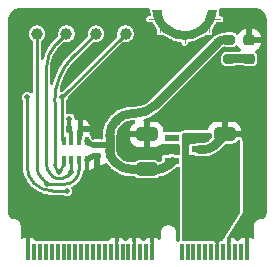
<source format=gbr>
%TF.GenerationSoftware,KiCad,Pcbnew,9.0.0*%
%TF.CreationDate,2025-05-23T15:58:18+04:00*%
%TF.ProjectId,02_02_sensor_barometer_DPS310XTSA1,30325f30-325f-4736-956e-736f725f6261,rev?*%
%TF.SameCoordinates,Original*%
%TF.FileFunction,Copper,L1,Top*%
%TF.FilePolarity,Positive*%
%FSLAX46Y46*%
G04 Gerber Fmt 4.6, Leading zero omitted, Abs format (unit mm)*
G04 Created by KiCad (PCBNEW 9.0.0) date 2025-05-23 15:58:18*
%MOMM*%
%LPD*%
G01*
G04 APERTURE LIST*
G04 Aperture macros list*
%AMRoundRect*
0 Rectangle with rounded corners*
0 $1 Rounding radius*
0 $2 $3 $4 $5 $6 $7 $8 $9 X,Y pos of 4 corners*
0 Add a 4 corners polygon primitive as box body*
4,1,4,$2,$3,$4,$5,$6,$7,$8,$9,$2,$3,0*
0 Add four circle primitives for the rounded corners*
1,1,$1+$1,$2,$3*
1,1,$1+$1,$4,$5*
1,1,$1+$1,$6,$7*
1,1,$1+$1,$8,$9*
0 Add four rect primitives between the rounded corners*
20,1,$1+$1,$2,$3,$4,$5,0*
20,1,$1+$1,$4,$5,$6,$7,0*
20,1,$1+$1,$6,$7,$8,$9,0*
20,1,$1+$1,$8,$9,$2,$3,0*%
G04 Aperture macros list end*
%TA.AperFunction,EtchedComponent*%
%ADD10C,0.101600*%
%TD*%
%TA.AperFunction,EtchedComponent*%
%ADD11C,0.000000*%
%TD*%
%TA.AperFunction,SMDPad,CuDef*%
%ADD12R,0.350000X1.450000*%
%TD*%
%TA.AperFunction,ComponentPad*%
%ADD13C,0.454000*%
%TD*%
%TA.AperFunction,SMDPad,CuDef*%
%ADD14RoundRect,0.218750X-0.256250X0.218750X-0.256250X-0.218750X0.256250X-0.218750X0.256250X0.218750X0*%
%TD*%
%TA.AperFunction,SMDPad,CuDef*%
%ADD15C,1.000000*%
%TD*%
%TA.AperFunction,SMDPad,CuDef*%
%ADD16RoundRect,0.250000X0.650000X-0.325000X0.650000X0.325000X-0.650000X0.325000X-0.650000X-0.325000X0*%
%TD*%
%TA.AperFunction,SMDPad,CuDef*%
%ADD17RoundRect,0.200000X-0.275000X0.200000X-0.275000X-0.200000X0.275000X-0.200000X0.275000X0.200000X0*%
%TD*%
%TA.AperFunction,SMDPad,CuDef*%
%ADD18RoundRect,0.140000X-0.170000X0.140000X-0.170000X-0.140000X0.170000X-0.140000X0.170000X0.140000X0*%
%TD*%
%TA.AperFunction,SMDPad,CuDef*%
%ADD19R,1.200000X0.600000*%
%TD*%
%TA.AperFunction,SMDPad,CuDef*%
%ADD20R,0.350521X0.700025*%
%TD*%
%TA.AperFunction,SMDPad,CuDef*%
%ADD21RoundRect,0.140000X-0.140000X-0.170000X0.140000X-0.170000X0.140000X0.170000X-0.140000X0.170000X0*%
%TD*%
%TA.AperFunction,ViaPad*%
%ADD22C,0.500000*%
%TD*%
%TA.AperFunction,ViaPad*%
%ADD23C,0.700000*%
%TD*%
%TA.AperFunction,Conductor*%
%ADD24C,0.750000*%
%TD*%
%TA.AperFunction,Conductor*%
%ADD25C,0.500000*%
%TD*%
%TA.AperFunction,Conductor*%
%ADD26C,0.350000*%
%TD*%
%TA.AperFunction,Conductor*%
%ADD27C,0.250000*%
%TD*%
G04 APERTURE END LIST*
D10*
%TO.C,J1*%
X150401100Y-93365617D02*
X149501100Y-93365617D01*
X150401100Y-93365617D02*
X150401100Y-94465617D01*
X152501100Y-94665617D02*
X152501100Y-95365617D01*
X154601100Y-93365617D02*
X154601100Y-94465617D01*
X154601100Y-93365617D02*
X155501100Y-93365617D01*
D11*
%TA.AperFunction,EtchedComponent*%
G36*
X150589520Y-92903790D02*
G01*
X150672547Y-93182404D01*
X150798137Y-93444600D01*
X150963197Y-93683921D01*
X151163663Y-93894475D01*
X151394599Y-94071077D01*
X151650318Y-94209378D01*
X151924524Y-94305973D01*
X152501100Y-94365617D01*
X152791735Y-94358484D01*
X153077676Y-94305973D01*
X153351882Y-94209378D01*
X153607601Y-94071077D01*
X153838537Y-93894475D01*
X154039003Y-93683921D01*
X154204063Y-93444600D01*
X154329653Y-93182404D01*
X154451100Y-92615617D01*
X155251100Y-92615617D01*
X155188052Y-92979552D01*
X155077551Y-93331991D01*
X154921527Y-93666775D01*
X154722708Y-93978053D01*
X154484567Y-94260387D01*
X154211266Y-94508843D01*
X153907580Y-94719078D01*
X153578818Y-94887420D01*
X153230723Y-95010926D01*
X152869379Y-95087437D01*
X152501100Y-95115617D01*
X152131911Y-95089990D01*
X151769434Y-95015377D01*
X151420137Y-94893111D01*
X151090257Y-94725373D01*
X150785681Y-94515157D01*
X150511846Y-94266216D01*
X150273640Y-93982994D01*
X150075315Y-93670545D01*
X149920411Y-93334448D01*
X149751100Y-92615617D01*
X150551100Y-92615617D01*
X150589520Y-92903790D01*
G37*
%TD.AperFunction*%
%TD*%
D12*
%TO.P,J1,1,GND*%
%TO.N,GND*%
X157751100Y-113090617D03*
%TO.P,J1,3,USB_D+*%
%TO.N,/USB_D+*%
X157251100Y-113090617D03*
%TO.P,J1,5,USB_D-*%
%TO.N,/USB_D-*%
X156751100Y-113090617D03*
%TO.P,J1,7,GND*%
%TO.N,GND*%
X156251100Y-113090617D03*
%TO.P,J1,9,USB_VIN*%
%TO.N,/V_USB*%
X155751100Y-113090617D03*
%TO.P,J1,11,~{BOOT}*%
%TO.N,VIN*%
X155251100Y-113090617D03*
%TO.P,J1,13,RTS1*%
%TO.N,/UART_RTS1*%
X154751100Y-113090617D03*
%TO.P,J1,15,CTS1*%
%TO.N,/UART_CTS1*%
X154251100Y-113090617D03*
%TO.P,J1,17,TX1*%
%TO.N,DPS310XTSA1_TX*%
X153751100Y-113090617D03*
%TO.P,J1,19,RX1*%
%TO.N,DPS310XTSA1_RX*%
X153251100Y-113090617D03*
%TO.P,J1,21,SWDCK*%
%TO.N,/SWDCK*%
X152751100Y-113090617D03*
%TO.P,J1,23,SWDIO*%
%TO.N,/SWDIO*%
X152251100Y-113090617D03*
%TO.P,J1,33,GND*%
%TO.N,GND*%
X149751100Y-113090617D03*
%TO.P,J1,35,USBHOST_D+*%
%TO.N,/USBHOST_D+*%
X149251100Y-113090617D03*
%TO.P,J1,37,USBHOST_D-*%
%TO.N,/USBHOST_D-*%
X148751100Y-113090617D03*
%TO.P,J1,39,GND*%
%TO.N,GND*%
X148251100Y-113090617D03*
%TO.P,J1,41,CAN-RX*%
%TO.N,/CAN-RX*%
X147751100Y-113090617D03*
%TO.P,J1,43,CAN-TX*%
%TO.N,/CAN-TX*%
X147251100Y-113090617D03*
%TO.P,J1,45,GND*%
%TO.N,GND*%
X146751100Y-113090617D03*
%TO.P,J1,47,PWM1*%
%TO.N,/PWM1*%
X146251100Y-113090617D03*
%TO.P,J1,49,BATT_VIN/3*%
%TO.N,/BATT_VIN*%
X145751100Y-113090617D03*
%TO.P,J1,51,I2C_SDA1*%
%TO.N,/I2C_SDA1*%
X145251100Y-113090617D03*
%TO.P,J1,53,I2C_SCL1*%
%TO.N,/I2C_SCL1*%
X144751100Y-113090617D03*
%TO.P,J1,55,SPI_~{CS}*%
%TO.N,/~{SPI_CS}*%
X144251100Y-113090617D03*
%TO.P,J1,57,SPI_SCK*%
%TO.N,/SPI_SCK*%
X143751100Y-113090617D03*
%TO.P,J1,59,SPI_SDO*%
%TO.N,/SPI_COPI-LED_DAT*%
X143251100Y-113090617D03*
%TO.P,J1,61,SPI_SDI*%
%TO.N,/SPI_CIPO-LED_CLK*%
X142751100Y-113090617D03*
%TO.P,J1,63,G10/ADC_D+/CAM_VSYNC*%
%TO.N,/G10-CAM_VSYNC*%
X142251100Y-113090617D03*
%TO.P,J1,65,G9/ADC_D-/CAM_HSYNC*%
%TO.N,/G9-CAM_HSYNC*%
X141751100Y-113090617D03*
%TO.P,J1,67,G8*%
%TO.N,/G8*%
X141251100Y-113090617D03*
%TO.P,J1,69,G7/BUS7*%
%TO.N,/G7*%
X140751100Y-113090617D03*
%TO.P,J1,71,G6/BUS6*%
%TO.N,/G6*%
X140251100Y-113090617D03*
%TO.P,J1,73,G5/BUS5*%
%TO.N,/G5*%
X139751100Y-113090617D03*
%TO.P,J1,75,GND*%
%TO.N,GND*%
X139251100Y-113090617D03*
D13*
%TO.P,J1,GND*%
%TO.N,N/C*%
X150401100Y-93365617D03*
X152501100Y-94665617D03*
X154601100Y-93365617D03*
%TD*%
D14*
%TO.P,D1,1,K*%
%TO.N,GND*%
X157975000Y-95150000D03*
%TO.P,D1,2,A*%
%TO.N,Net-(D1-A)*%
X157975000Y-96725000D03*
%TD*%
D15*
%TO.P,CS1,1,1*%
%TO.N,DPS310XTSA1_CS*%
X140000000Y-94600000D03*
%TD*%
D16*
%TO.P,C3,1*%
%TO.N,VIN*%
X155900000Y-106075000D03*
%TO.P,C3,2*%
%TO.N,GND*%
X155900000Y-103125000D03*
%TD*%
%TO.P,C4,1*%
%TO.N,+3V3*%
X149300000Y-106075000D03*
%TO.P,C4,2*%
%TO.N,GND*%
X149300000Y-103125000D03*
%TD*%
D17*
%TO.P,R1,1*%
%TO.N,+3V3*%
X156300000Y-95100000D03*
%TO.P,R1,2*%
%TO.N,Net-(D1-A)*%
X156300000Y-96750000D03*
%TD*%
D15*
%TO.P,MISO1,1,1*%
%TO.N,DPS310XTSA1_MISO*%
X147500000Y-94600000D03*
%TD*%
D18*
%TO.P,C2,1*%
%TO.N,+3V3*%
X145110643Y-104020102D03*
%TO.P,C2,2*%
%TO.N,GND*%
X145110643Y-104980102D03*
%TD*%
D15*
%TO.P,MOSI1,1,1*%
%TO.N,DPS310XTSA1_MOSI*%
X142500000Y-94600000D03*
%TD*%
D19*
%TO.P,U2,1,VIN*%
%TO.N,VIN*%
X153700000Y-105349962D03*
%TO.P,U2,2,GND*%
%TO.N,GND*%
X153700000Y-104400000D03*
%TO.P,U2,3,EN*%
%TO.N,VIN*%
X153700000Y-103450038D03*
%TO.P,U2,4,NC*%
%TO.N,unconnected-(U2-NC-Pad4)*%
X151400026Y-103450038D03*
%TO.P,U2,5,VOUT*%
%TO.N,+3V3*%
X151400026Y-105349962D03*
%TD*%
D20*
%TO.P,U3,1,GND*%
%TO.N,GND*%
X144210643Y-105300204D03*
%TO.P,U3,2,CSB*%
%TO.N,DPS310XTSA1_CS*%
X143560402Y-105300204D03*
%TO.P,U3,3,SDI*%
%TO.N,DPS310XTSA1_MOSI*%
X142900000Y-105300204D03*
%TO.P,U3,4,SCK*%
%TO.N,DPS310XTSA1_SCK*%
X142249759Y-105300204D03*
%TO.P,U3,5,SDO*%
%TO.N,DPS310XTSA1_MISO*%
X142249759Y-103700000D03*
%TO.P,U3,6,VDDIO*%
%TO.N,+3V3*%
X142900000Y-103700000D03*
%TO.P,U3,7,GND*%
%TO.N,GND*%
X143560402Y-103700000D03*
%TO.P,U3,8,VDD*%
%TO.N,+3V3*%
X144210643Y-103700000D03*
%TD*%
D21*
%TO.P,C1,1*%
%TO.N,+3V3*%
X142730643Y-102700102D03*
%TO.P,C1,2*%
%TO.N,GND*%
X143690643Y-102700102D03*
%TD*%
D15*
%TO.P,SCK1,1,1*%
%TO.N,DPS310XTSA1_SCK*%
X145000000Y-94600000D03*
%TD*%
D22*
%TO.N,+3V3*%
X142750000Y-101800000D03*
X146150000Y-104000000D03*
D23*
%TO.N,GND*%
X150500000Y-109300000D03*
X147500000Y-110300000D03*
X153100000Y-99900000D03*
X153100000Y-100900000D03*
X154100000Y-98900000D03*
X146500000Y-109300000D03*
X151500000Y-96500000D03*
X147500000Y-108300000D03*
X152100000Y-100900000D03*
X149500000Y-98500000D03*
X149500000Y-97500000D03*
X144500000Y-109300000D03*
X148500000Y-109300000D03*
X149500000Y-96500000D03*
X154100000Y-100900000D03*
X145500000Y-110300000D03*
X149500000Y-110300000D03*
X150500000Y-97500000D03*
X150500000Y-96500000D03*
X145500000Y-108300000D03*
X149500000Y-108300000D03*
X154100000Y-99900000D03*
D22*
%TO.N,DPS310XTSA1_CS*%
X140850000Y-107300000D03*
%TO.N,DPS310XTSA1_MISO*%
X139150000Y-99950000D03*
X142510542Y-107925000D03*
X142150000Y-99950000D03*
%TO.N,DPS310XTSA1_MOSI*%
X142885412Y-106300000D03*
%TO.N,DPS310XTSA1_SCK*%
X141900000Y-106300000D03*
%TD*%
D24*
%TO.N,+3V3*%
X151400026Y-105412474D02*
X151400026Y-105349962D01*
X155924999Y-95100000D02*
X156300000Y-95100000D01*
X148113172Y-101350000D02*
X148300000Y-101350000D01*
X150007106Y-100642893D02*
X155284833Y-95365165D01*
D25*
X144757091Y-104020102D02*
X145110643Y-104020102D01*
D24*
X146150000Y-104000000D02*
X146150000Y-104500000D01*
D25*
X146139949Y-104010051D02*
X146150000Y-104000000D01*
D26*
X142900000Y-102989212D02*
X142900000Y-103700000D01*
D24*
X146150000Y-103250000D02*
X146150000Y-104000000D01*
D25*
X142715643Y-102685102D02*
X142700643Y-102670102D01*
D26*
X142745643Y-102715102D02*
X142815321Y-102784780D01*
D25*
X144370694Y-103860051D02*
X144210643Y-103700000D01*
D24*
X146503553Y-105353553D02*
X146687500Y-105537500D01*
X146680330Y-101969669D02*
X146725000Y-101925000D01*
D26*
X142745643Y-102715102D02*
X142715643Y-102685102D01*
D24*
X147985139Y-106075000D02*
X150224847Y-106075000D01*
X151100000Y-105712500D02*
X151400026Y-105412474D01*
D25*
X146115683Y-104020102D02*
X145110643Y-104020102D01*
D26*
X142730643Y-102678888D02*
X142730643Y-101819357D01*
D25*
X146139949Y-104010051D02*
G75*
G02*
X146115683Y-104020095I-24249J24251D01*
G01*
X144757091Y-104020102D02*
G75*
G02*
X144370708Y-103860037I9J546402D01*
G01*
D26*
X142815321Y-102784780D02*
G75*
G02*
X142899994Y-102989212I-204421J-204420D01*
G01*
D24*
X146687500Y-105537500D02*
G75*
G03*
X147985139Y-106074984I1297600J1297600D01*
G01*
X148113172Y-101350000D02*
G75*
G03*
X146725008Y-101925008I28J-1963200D01*
G01*
D26*
X142745643Y-102715102D02*
G75*
G02*
X142730664Y-102678888I36257J36202D01*
G01*
D24*
X148300000Y-101350000D02*
G75*
G03*
X150007104Y-100642891I0J2414200D01*
G01*
X146150000Y-103250000D02*
G75*
G02*
X146680322Y-101969661I1810700J0D01*
G01*
X155924999Y-95100000D02*
G75*
G03*
X155284840Y-95365172I1J-905300D01*
G01*
D25*
X142715643Y-102685102D02*
G75*
G03*
X142730710Y-102678888I6257J6202D01*
G01*
D24*
X150224847Y-106075000D02*
G75*
G03*
X151099986Y-105712486I-47J1237700D01*
G01*
X146150000Y-104500000D02*
G75*
G03*
X146503554Y-105353552I1207100J0D01*
G01*
%TO.N,GND*%
X154181250Y-104400000D02*
X153700000Y-104400000D01*
D25*
X144757091Y-104980102D02*
X145110643Y-104980102D01*
D26*
X143625522Y-102765222D02*
X143690643Y-102700102D01*
D25*
X144370694Y-105140153D02*
X144210643Y-105300204D01*
D26*
X143560402Y-102922437D02*
X143560402Y-103700000D01*
D24*
X155900000Y-103125000D02*
X154938778Y-104086221D01*
D26*
X143560402Y-102922437D02*
G75*
G02*
X143625512Y-102765212I222298J37D01*
G01*
D25*
X144370694Y-105140153D02*
G75*
G02*
X144757091Y-104980081I386406J-386347D01*
G01*
D24*
X154938778Y-104086221D02*
G75*
G02*
X154181250Y-104400037I-757578J757521D01*
G01*
D26*
%TO.N,VIN*%
X153737500Y-105350000D02*
X153268198Y-105350000D01*
D24*
X154975152Y-106075000D02*
X155900000Y-106075000D01*
D26*
X153696762Y-103453276D02*
X153700038Y-103450000D01*
D24*
X153971728Y-105584228D02*
X154100000Y-105712500D01*
D26*
X153700038Y-103450000D02*
X153737500Y-103450000D01*
X152500000Y-104581801D02*
X152500000Y-104216490D01*
X153166011Y-103453276D02*
X153696762Y-103453276D01*
X152725000Y-105125000D02*
G75*
G02*
X152499999Y-104581801I543200J543200D01*
G01*
X153268198Y-105350000D02*
G75*
G02*
X152725001Y-105124999I2J768200D01*
G01*
D24*
X154975152Y-106075000D02*
G75*
G02*
X154100014Y-105712486I48J1237700D01*
G01*
D26*
X152500000Y-104216490D02*
G75*
G02*
X152724503Y-103674503I766500J-10D01*
G01*
D24*
X153971728Y-105584228D02*
G75*
G03*
X153406250Y-105350004I-565428J-565372D01*
G01*
D26*
X152724500Y-103674500D02*
G75*
G02*
X153166014Y-103453294I561100J-568700D01*
G01*
D27*
%TO.N,DPS310XTSA1_CS*%
X140935355Y-107350000D02*
X142347669Y-107350000D01*
X140825000Y-107250000D02*
X140850000Y-107250000D01*
X140000000Y-105884314D02*
X140000000Y-94600000D01*
X143560402Y-106137267D02*
X143560402Y-105300204D01*
X140400000Y-106850000D02*
X140782322Y-107232322D01*
X140875000Y-107325000D02*
X140850000Y-107300000D01*
X143560402Y-106137267D02*
G75*
G02*
X143205211Y-106994809I-1212702J-33D01*
G01*
X140000000Y-105884314D02*
G75*
G03*
X140400004Y-106849996I1365700J14D01*
G01*
X142347669Y-107350000D02*
G75*
G03*
X143205209Y-106994807I31J1212700D01*
G01*
X140825000Y-107250000D02*
G75*
G02*
X140782313Y-107232331I0J60400D01*
G01*
X140935355Y-107350000D02*
G75*
G02*
X140875013Y-107324987I45J85400D01*
G01*
D24*
%TO.N,Net-(D1-A)*%
X157932322Y-96700000D02*
X156300000Y-96700000D01*
D27*
%TO.N,DPS310XTSA1_MISO*%
X142124643Y-99993287D02*
X142124643Y-103486413D01*
X142510542Y-107925000D02*
X142498042Y-107912500D01*
X142137321Y-99962678D02*
X142150000Y-99950000D01*
X139150000Y-105791019D02*
X139150000Y-99950000D01*
X141258980Y-107900000D02*
X142467864Y-107900000D01*
X142187201Y-103637442D02*
X142249759Y-103700000D01*
X142150000Y-99950000D02*
X147500000Y-94600000D01*
X139767706Y-107282294D02*
G75*
G03*
X141258980Y-107900008I1491294J1491294D01*
G01*
X142498042Y-107912500D02*
G75*
G03*
X142467864Y-107900032I-30142J-30200D01*
G01*
X142137321Y-99962678D02*
G75*
G03*
X142124624Y-99993287I30579J-30622D01*
G01*
X142124643Y-103486413D02*
G75*
G03*
X142187214Y-103637429I213557J13D01*
G01*
X139150000Y-105791019D02*
G75*
G03*
X139767712Y-107282288I2109000J19D01*
G01*
%TO.N,DPS310XTSA1_MOSI*%
X142545419Y-106639992D02*
X142885412Y-106300000D01*
X142950000Y-106250000D02*
X143000000Y-106300000D01*
X140800000Y-105619669D02*
X140800000Y-97502081D01*
X142900000Y-106129289D02*
X142900000Y-105300204D01*
X141650000Y-95450000D02*
X142500000Y-94600000D01*
X141175000Y-106525000D02*
X141289992Y-106639992D01*
X141289992Y-106639992D02*
G75*
G03*
X141917706Y-106900002I627708J627692D01*
G01*
X140800000Y-97502081D02*
G75*
G02*
X141650005Y-95450005I2902100J-19D01*
G01*
X140800000Y-105619669D02*
G75*
G03*
X141174991Y-106525009I1280300J-31D01*
G01*
X142545419Y-106639992D02*
G75*
G02*
X141917706Y-106900010I-627719J627692D01*
G01*
X142900000Y-106129289D02*
G75*
G03*
X142949997Y-106250003I170700J-11D01*
G01*
%TO.N,DPS310XTSA1_SCK*%
X141500000Y-100353963D02*
X141500000Y-105702512D01*
X143093792Y-96506207D02*
X145000000Y-94600000D01*
X142074879Y-106125120D02*
X141900000Y-106300000D01*
X142249759Y-105702924D02*
X142249759Y-105300204D01*
X141814644Y-106264644D02*
X141675000Y-106125000D01*
X141900000Y-106300000D02*
X141950000Y-106300000D01*
X141814644Y-106264644D02*
G75*
G03*
X141900000Y-106300003I85356J85344D01*
G01*
X142249759Y-105702924D02*
G75*
G02*
X142074864Y-106125105I-597059J24D01*
G01*
X141500000Y-105702512D02*
G75*
G03*
X141675004Y-106124996I597500J12D01*
G01*
X143093792Y-96506207D02*
G75*
G03*
X141499959Y-100353963I3847708J-3847793D01*
G01*
%TD*%
%TA.AperFunction,Conductor*%
%TO.N,VIN*%
G36*
X154742539Y-103019685D02*
G01*
X154788294Y-103072489D01*
X154799500Y-103124000D01*
X154799500Y-103360256D01*
X154779815Y-103427295D01*
X154763181Y-103447937D01*
X154585084Y-103626033D01*
X154581238Y-103629878D01*
X154581232Y-103629883D01*
X154556527Y-103654589D01*
X154556448Y-103654669D01*
X154536130Y-103674988D01*
X154527115Y-103683159D01*
X154466129Y-103733213D01*
X154445916Y-103746719D01*
X154381733Y-103781028D01*
X154359277Y-103790331D01*
X154289641Y-103811458D01*
X154265802Y-103816201D01*
X154205960Y-103822098D01*
X154187655Y-103823902D01*
X154175497Y-103824500D01*
X153624234Y-103824500D01*
X153477865Y-103863719D01*
X153477864Y-103863719D01*
X153477862Y-103863720D01*
X153477859Y-103863721D01*
X153444666Y-103882886D01*
X153382665Y-103899500D01*
X153080247Y-103899500D01*
X153021770Y-103911131D01*
X153021769Y-103911132D01*
X152955447Y-103955447D01*
X152911132Y-104021769D01*
X152911131Y-104021770D01*
X152899500Y-104080247D01*
X152899500Y-104719752D01*
X152911131Y-104778229D01*
X152911132Y-104778230D01*
X152955447Y-104844552D01*
X153021769Y-104888867D01*
X153021770Y-104888868D01*
X153080247Y-104900499D01*
X153080250Y-104900500D01*
X153080252Y-104900500D01*
X153382665Y-104900500D01*
X153444666Y-104917114D01*
X153477859Y-104936278D01*
X153477860Y-104936278D01*
X153477865Y-104936281D01*
X153624234Y-104975500D01*
X154103779Y-104975500D01*
X154111387Y-104975500D01*
X154111398Y-104975503D01*
X154129891Y-104975502D01*
X154130012Y-104975537D01*
X154181277Y-104975535D01*
X154181277Y-104975536D01*
X154289215Y-104975531D01*
X154503243Y-104947344D01*
X154503247Y-104947342D01*
X154503251Y-104947342D01*
X154711757Y-104891464D01*
X154911187Y-104808848D01*
X154911196Y-104808844D01*
X154911195Y-104808844D01*
X154911201Y-104808842D01*
X155098151Y-104700896D01*
X155269412Y-104569472D01*
X155332531Y-104506347D01*
X155902061Y-103936819D01*
X155963384Y-103903334D01*
X155989742Y-103900500D01*
X156604270Y-103900500D01*
X156634699Y-103897646D01*
X156634701Y-103897646D01*
X156698790Y-103875219D01*
X156762882Y-103852793D01*
X156872150Y-103772150D01*
X156952793Y-103662882D01*
X156958959Y-103645259D01*
X156999680Y-103588484D01*
X157064633Y-103562737D01*
X157133195Y-103576193D01*
X157183597Y-103624581D01*
X157200000Y-103686215D01*
X157200000Y-109698037D01*
X157181407Y-109763344D01*
X155738264Y-112092628D01*
X155729716Y-112106424D01*
X155677675Y-112153045D01*
X155624308Y-112165117D01*
X155556347Y-112165117D01*
X155497870Y-112176748D01*
X155497869Y-112176749D01*
X155431547Y-112221064D01*
X155387232Y-112287386D01*
X155387231Y-112287387D01*
X155375600Y-112345864D01*
X155375600Y-112642680D01*
X155370868Y-112659302D01*
X155371138Y-112675646D01*
X155357009Y-112707985D01*
X155356008Y-112709602D01*
X155303966Y-112756223D01*
X155234981Y-112767306D01*
X155170955Y-112739335D01*
X155132216Y-112681188D01*
X155126600Y-112644294D01*
X155126600Y-112345866D01*
X155126599Y-112345864D01*
X155114968Y-112287387D01*
X155114967Y-112287386D01*
X155070652Y-112221064D01*
X155004330Y-112176749D01*
X155004329Y-112176748D01*
X154945852Y-112165117D01*
X154945848Y-112165117D01*
X154556352Y-112165117D01*
X154556351Y-112165117D01*
X154525288Y-112171295D01*
X154476912Y-112171295D01*
X154445849Y-112165117D01*
X154445848Y-112165117D01*
X154056352Y-112165117D01*
X154056351Y-112165117D01*
X154025288Y-112171295D01*
X153976912Y-112171295D01*
X153945849Y-112165117D01*
X153945848Y-112165117D01*
X153556352Y-112165117D01*
X153556351Y-112165117D01*
X153525288Y-112171295D01*
X153476912Y-112171295D01*
X153445849Y-112165117D01*
X153445848Y-112165117D01*
X153056352Y-112165117D01*
X153056351Y-112165117D01*
X153025288Y-112171295D01*
X152976912Y-112171295D01*
X152945849Y-112165117D01*
X152945848Y-112165117D01*
X152556352Y-112165117D01*
X152556351Y-112165117D01*
X152525288Y-112171295D01*
X152523521Y-112171370D01*
X152522693Y-112171782D01*
X152515677Y-112171707D01*
X152487417Y-112172920D01*
X152482121Y-112172332D01*
X152445848Y-112165117D01*
X152417135Y-112165117D01*
X152410317Y-112164360D01*
X152384157Y-112153417D01*
X152356961Y-112145432D01*
X152352353Y-112140114D01*
X152345859Y-112137398D01*
X152329767Y-112114048D01*
X152311206Y-112092628D01*
X152309453Y-112084573D01*
X152306210Y-112079867D01*
X152305823Y-112067887D01*
X152300000Y-112041117D01*
X152300000Y-103124000D01*
X152319685Y-103056961D01*
X152372489Y-103011206D01*
X152424000Y-103000000D01*
X154675500Y-103000000D01*
X154742539Y-103019685D01*
G37*
%TD.AperFunction*%
%TD*%
%TA.AperFunction,Conductor*%
%TO.N,GND*%
G36*
X149497374Y-92435802D02*
G01*
X149543129Y-92488606D01*
X149553073Y-92557764D01*
X149551414Y-92566873D01*
X149550440Y-92571277D01*
X149551073Y-92662731D01*
X149621536Y-92961888D01*
X149617746Y-93031655D01*
X149576838Y-93088297D01*
X149511801Y-93113831D01*
X149500839Y-93114317D01*
X149451111Y-93114317D01*
X149358749Y-93152575D01*
X149288058Y-93223266D01*
X149249800Y-93315628D01*
X149249800Y-93315630D01*
X149249800Y-93415604D01*
X149288058Y-93507967D01*
X149358750Y-93578659D01*
X149451113Y-93616917D01*
X149744936Y-93616917D01*
X149811975Y-93636602D01*
X149857550Y-93689013D01*
X149888680Y-93756557D01*
X149888684Y-93756564D01*
X149901807Y-93780660D01*
X149901813Y-93780670D01*
X149901815Y-93780673D01*
X150100140Y-94093122D01*
X150113625Y-94111522D01*
X150116374Y-94115272D01*
X150116377Y-94115277D01*
X150120693Y-94120407D01*
X150148783Y-94184381D01*
X150149800Y-94200227D01*
X150149800Y-94515605D01*
X150153481Y-94524491D01*
X150188058Y-94607967D01*
X150258750Y-94678659D01*
X150351113Y-94716917D01*
X150351115Y-94716917D01*
X150451085Y-94716917D01*
X150451087Y-94716917D01*
X150543450Y-94678659D01*
X150543452Y-94678656D01*
X150554436Y-94674107D01*
X150623906Y-94666638D01*
X150672325Y-94686614D01*
X150973526Y-94894501D01*
X150984141Y-94900824D01*
X150997091Y-94908539D01*
X150997100Y-94908544D01*
X150997114Y-94908552D01*
X151228092Y-95026000D01*
X151315282Y-95070335D01*
X151326994Y-95076290D01*
X151327004Y-95076294D01*
X151327016Y-95076300D01*
X151352243Y-95087072D01*
X151624206Y-95182268D01*
X151701541Y-95209338D01*
X151728002Y-95216657D01*
X152090479Y-95291270D01*
X152117681Y-95294997D01*
X152134382Y-95296156D01*
X152199896Y-95320431D01*
X152241888Y-95376274D01*
X152246873Y-95403735D01*
X152247418Y-95403627D01*
X152249800Y-95415605D01*
X152250233Y-95416650D01*
X152288058Y-95507967D01*
X152358750Y-95578659D01*
X152451113Y-95616917D01*
X152451115Y-95616917D01*
X152551085Y-95616917D01*
X152551087Y-95616917D01*
X152643450Y-95578659D01*
X152714142Y-95507967D01*
X152752400Y-95415604D01*
X152752400Y-95415599D01*
X152754782Y-95403627D01*
X152756341Y-95403937D01*
X152772085Y-95350323D01*
X152824889Y-95304568D01*
X152866938Y-95293724D01*
X152885058Y-95292338D01*
X152911948Y-95288480D01*
X153132497Y-95241781D01*
X153273279Y-95211972D01*
X153273289Y-95211970D01*
X153299422Y-95204602D01*
X153299427Y-95204600D01*
X153299439Y-95204597D01*
X153647534Y-95081091D01*
X153672479Y-95070335D01*
X154001241Y-94901993D01*
X154024549Y-94888041D01*
X154322366Y-94681868D01*
X154388689Y-94659895D01*
X154447093Y-94674887D01*
X154447467Y-94673985D01*
X154453802Y-94676609D01*
X154456365Y-94677267D01*
X154458225Y-94678441D01*
X154458749Y-94678658D01*
X154458750Y-94678659D01*
X154551113Y-94716917D01*
X154551115Y-94716917D01*
X154651085Y-94716917D01*
X154651087Y-94716917D01*
X154743450Y-94678659D01*
X154814142Y-94607967D01*
X154852400Y-94515604D01*
X154852400Y-94188293D01*
X154872085Y-94121254D01*
X154879023Y-94111522D01*
X154879762Y-94110582D01*
X154879791Y-94110549D01*
X154895895Y-94088671D01*
X155094714Y-93777393D01*
X155107792Y-93753583D01*
X155135402Y-93694340D01*
X155138107Y-93688536D01*
X155184268Y-93636087D01*
X155250500Y-93616917D01*
X155551085Y-93616917D01*
X155551087Y-93616917D01*
X155643450Y-93578659D01*
X155714142Y-93507967D01*
X155752400Y-93415604D01*
X155752400Y-93315630D01*
X155714142Y-93223267D01*
X155643450Y-93152575D01*
X155551088Y-93114317D01*
X155551087Y-93114317D01*
X155520595Y-93114317D01*
X155453556Y-93094632D01*
X155407801Y-93041828D01*
X155397857Y-92972670D01*
X155398415Y-92969150D01*
X155416189Y-92866553D01*
X155453584Y-92650695D01*
X155451448Y-92569889D01*
X155451446Y-92569885D01*
X155451306Y-92569305D01*
X155451387Y-92567614D01*
X155451100Y-92556751D01*
X155451909Y-92556729D01*
X155454657Y-92499516D01*
X155495207Y-92442617D01*
X155560082Y-92416674D01*
X155571822Y-92416117D01*
X158493234Y-92416117D01*
X158506716Y-92416852D01*
X158537216Y-92420187D01*
X158653104Y-92432863D01*
X158673654Y-92436890D01*
X158811775Y-92476317D01*
X158831349Y-92483743D01*
X158960838Y-92545843D01*
X158960865Y-92545856D01*
X158978917Y-92556475D01*
X159067068Y-92618914D01*
X159096114Y-92639488D01*
X159096133Y-92639501D01*
X159112142Y-92653009D01*
X159213701Y-92754570D01*
X159227208Y-92770578D01*
X159310233Y-92887796D01*
X159320852Y-92905850D01*
X159382957Y-93035356D01*
X159390387Y-93054939D01*
X159429813Y-93193063D01*
X159433840Y-93213617D01*
X159449865Y-93360146D01*
X159450600Y-93373627D01*
X159450600Y-109755872D01*
X159449451Y-109772714D01*
X159435814Y-109872185D01*
X159429333Y-109898169D01*
X159396341Y-109987818D01*
X159384432Y-110011804D01*
X159379611Y-110019341D01*
X159332964Y-110092274D01*
X159316183Y-110113144D01*
X159248633Y-110180692D01*
X159227763Y-110197471D01*
X159147286Y-110248941D01*
X159123298Y-110260850D01*
X159033656Y-110293836D01*
X159007671Y-110300317D01*
X158906155Y-110314230D01*
X158892791Y-110315329D01*
X158872130Y-110315907D01*
X158864324Y-110317542D01*
X158838078Y-110319407D01*
X158838072Y-110319408D01*
X158723484Y-110352555D01*
X158618415Y-110409056D01*
X158618407Y-110409062D01*
X158527573Y-110486380D01*
X158455019Y-110581074D01*
X158455018Y-110581076D01*
X158403992Y-110688904D01*
X158388678Y-110754259D01*
X158376775Y-110805053D01*
X158376007Y-110844291D01*
X158375600Y-110844699D01*
X158375600Y-110865177D01*
X158375590Y-110865687D01*
X158375579Y-110866282D01*
X158375579Y-110866318D01*
X158375020Y-110896650D01*
X158375600Y-110900539D01*
X158375600Y-111829809D01*
X158355915Y-111896848D01*
X158303111Y-111942603D01*
X158233953Y-111952547D01*
X158177290Y-111929077D01*
X158168188Y-111922263D01*
X158168186Y-111922262D01*
X158033479Y-111872020D01*
X158033472Y-111872018D01*
X157973944Y-111865617D01*
X157926100Y-111865617D01*
X157926100Y-112966617D01*
X157923549Y-112975302D01*
X157924838Y-112984264D01*
X157913859Y-113008304D01*
X157906415Y-113033656D01*
X157899574Y-113039583D01*
X157895813Y-113047820D01*
X157873578Y-113062109D01*
X157853611Y-113079411D01*
X157843096Y-113081698D01*
X157837035Y-113085594D01*
X157802100Y-113090617D01*
X157750600Y-113090617D01*
X157683561Y-113070932D01*
X157637806Y-113018128D01*
X157626600Y-112966617D01*
X157626600Y-112345866D01*
X157626599Y-112345864D01*
X157614968Y-112287390D01*
X157614967Y-112287389D01*
X157614967Y-112287386D01*
X157596997Y-112260493D01*
X157576120Y-112193816D01*
X157576100Y-112191603D01*
X157576100Y-111865617D01*
X157528255Y-111865617D01*
X157468727Y-111872018D01*
X157468720Y-111872020D01*
X157334013Y-111922262D01*
X157334006Y-111922266D01*
X157218912Y-112008426D01*
X157137956Y-112116568D01*
X157115880Y-112133092D01*
X157096007Y-112152214D01*
X157086583Y-112155023D01*
X157082022Y-112158438D01*
X157062706Y-112163908D01*
X157056582Y-112165117D01*
X157056352Y-112165117D01*
X157025824Y-112171189D01*
X157025116Y-112171329D01*
X157024742Y-112171295D01*
X156976912Y-112171295D01*
X156939876Y-112163929D01*
X156940408Y-112161253D01*
X156886509Y-112139452D01*
X156864243Y-112116567D01*
X156783290Y-112008429D01*
X156783287Y-112008426D01*
X156668193Y-111922266D01*
X156668186Y-111922262D01*
X156533479Y-111872020D01*
X156533472Y-111872018D01*
X156473944Y-111865617D01*
X156426100Y-111865617D01*
X156426100Y-112191603D01*
X156423549Y-112200288D01*
X156424838Y-112209250D01*
X156408065Y-112253021D01*
X156406415Y-112258642D01*
X156405661Y-112259294D01*
X156405202Y-112260494D01*
X156387233Y-112287386D01*
X156387231Y-112287390D01*
X156375600Y-112345864D01*
X156375600Y-112966617D01*
X156373049Y-112975302D01*
X156374338Y-112984264D01*
X156363359Y-113008304D01*
X156355915Y-113033656D01*
X156349074Y-113039583D01*
X156345313Y-113047820D01*
X156323078Y-113062109D01*
X156303111Y-113079411D01*
X156292596Y-113081698D01*
X156286535Y-113085594D01*
X156251600Y-113090617D01*
X156250600Y-113090617D01*
X156183561Y-113070932D01*
X156137806Y-113018128D01*
X156126600Y-112966617D01*
X156126600Y-112345866D01*
X156126599Y-112345864D01*
X156114968Y-112287390D01*
X156114967Y-112287389D01*
X156114967Y-112287386D01*
X156096997Y-112260493D01*
X156093960Y-112250793D01*
X156087306Y-112243114D01*
X156083697Y-112218014D01*
X156076120Y-112193816D01*
X156076100Y-112191603D01*
X156076100Y-111972831D01*
X156094691Y-111907526D01*
X157356096Y-109871575D01*
X157379053Y-109819614D01*
X157397646Y-109754307D01*
X157405500Y-109698037D01*
X157405500Y-103686215D01*
X157398588Y-103633364D01*
X157387912Y-103593248D01*
X157382197Y-103571773D01*
X157382192Y-103571757D01*
X157382185Y-103571730D01*
X157376141Y-103552769D01*
X157367488Y-103539602D01*
X157322091Y-103470520D01*
X157324134Y-103469176D01*
X157300929Y-103415511D01*
X157299999Y-103400351D01*
X157300000Y-103375000D01*
X157173806Y-103375000D01*
X157172771Y-103374540D01*
X157104209Y-103361084D01*
X157079294Y-103357761D01*
X156988906Y-103371698D01*
X156980576Y-103375000D01*
X156024000Y-103375000D01*
X155956961Y-103355315D01*
X155911206Y-103302511D01*
X155900000Y-103251000D01*
X155900000Y-103125000D01*
X155774000Y-103125000D01*
X155706961Y-103105315D01*
X155661206Y-103052511D01*
X155650000Y-103001000D01*
X155650000Y-102875000D01*
X156150000Y-102875000D01*
X157299999Y-102875000D01*
X157299999Y-102750028D01*
X157299998Y-102750013D01*
X157289505Y-102647302D01*
X157234358Y-102480880D01*
X157234356Y-102480875D01*
X157142315Y-102331654D01*
X157018345Y-102207684D01*
X156869124Y-102115643D01*
X156869119Y-102115641D01*
X156702697Y-102060494D01*
X156702690Y-102060493D01*
X156599986Y-102050000D01*
X156150000Y-102050000D01*
X156150000Y-102875000D01*
X155650000Y-102875000D01*
X155650000Y-102050000D01*
X155200028Y-102050000D01*
X155200012Y-102050001D01*
X155097302Y-102060494D01*
X154930880Y-102115641D01*
X154930875Y-102115643D01*
X154781654Y-102207684D01*
X154657684Y-102331654D01*
X154565643Y-102480875D01*
X154565641Y-102480880D01*
X154510494Y-102647302D01*
X154510493Y-102647310D01*
X154506837Y-102683101D01*
X154480442Y-102747793D01*
X154423261Y-102787945D01*
X154383479Y-102794500D01*
X152423992Y-102794500D01*
X152380313Y-102799197D01*
X152328825Y-102810397D01*
X152318627Y-102812890D01*
X152318624Y-102812891D01*
X152237916Y-102855899D01*
X152237913Y-102855901D01*
X152185104Y-102901660D01*
X152163344Y-102922980D01*
X152101681Y-102955835D01*
X152052375Y-102956022D01*
X152019778Y-102949538D01*
X152019774Y-102949538D01*
X150823999Y-102949538D01*
X150756960Y-102929853D01*
X150711205Y-102877049D01*
X150699999Y-102825538D01*
X150699999Y-102750028D01*
X150699998Y-102750013D01*
X150689505Y-102647302D01*
X150634358Y-102480880D01*
X150634356Y-102480875D01*
X150542315Y-102331654D01*
X150418345Y-102207684D01*
X150269124Y-102115643D01*
X150269119Y-102115641D01*
X150102697Y-102060494D01*
X150102690Y-102060493D01*
X149999986Y-102050000D01*
X149550000Y-102050000D01*
X149550000Y-104199999D01*
X149999972Y-104199999D01*
X149999986Y-104199998D01*
X150102697Y-104189505D01*
X150269119Y-104134358D01*
X150269124Y-104134356D01*
X150418342Y-104042317D01*
X150529921Y-103930738D01*
X150591244Y-103897253D01*
X150660936Y-103902237D01*
X150686495Y-103915318D01*
X150721794Y-103938905D01*
X150721796Y-103938906D01*
X150780273Y-103950537D01*
X150780276Y-103950538D01*
X151970500Y-103950538D01*
X152037539Y-103970223D01*
X152083294Y-104023027D01*
X152094500Y-104074538D01*
X152094500Y-104725462D01*
X152074815Y-104792501D01*
X152022011Y-104838256D01*
X151970500Y-104849462D01*
X151717361Y-104849462D01*
X151655360Y-104832848D01*
X151622166Y-104813683D01*
X151622163Y-104813682D01*
X151622162Y-104813681D01*
X151622161Y-104813681D01*
X151475792Y-104774462D01*
X151324260Y-104774462D01*
X151177891Y-104813681D01*
X151177890Y-104813681D01*
X151177888Y-104813682D01*
X151177885Y-104813683D01*
X151144692Y-104832848D01*
X151082691Y-104849462D01*
X150780273Y-104849462D01*
X150721796Y-104861093D01*
X150721795Y-104861094D01*
X150655473Y-104905409D01*
X150611158Y-104971731D01*
X150611157Y-104971732D01*
X150599526Y-105030209D01*
X150599526Y-105309949D01*
X150595576Y-105323397D01*
X150596452Y-105337387D01*
X150585927Y-105356258D01*
X150579841Y-105376988D01*
X150568565Y-105387392D01*
X150562422Y-105398409D01*
X150533982Y-105419305D01*
X150524818Y-105424204D01*
X150489003Y-105443348D01*
X150466547Y-105452650D01*
X150406446Y-105470883D01*
X150336579Y-105471508D01*
X150277465Y-105434261D01*
X150272866Y-105428566D01*
X150272151Y-105427851D01*
X150267209Y-105424204D01*
X150162882Y-105347207D01*
X150162880Y-105347206D01*
X150034700Y-105302353D01*
X150004270Y-105299500D01*
X150004266Y-105299500D01*
X148595734Y-105299500D01*
X148595730Y-105299500D01*
X148565300Y-105302353D01*
X148565298Y-105302353D01*
X148437119Y-105347206D01*
X148437117Y-105347207D01*
X148367741Y-105398409D01*
X148327850Y-105427850D01*
X148312163Y-105449106D01*
X148312142Y-105449134D01*
X148308161Y-105452156D01*
X148306085Y-105456703D01*
X148280611Y-105473073D01*
X148256494Y-105491385D01*
X148250363Y-105492512D01*
X148247307Y-105494477D01*
X148212372Y-105499500D01*
X148062622Y-105499500D01*
X148062589Y-105499498D01*
X148055005Y-105499498D01*
X148047967Y-105499498D01*
X147989998Y-105499499D01*
X147980270Y-105499117D01*
X147797804Y-105484761D01*
X147778585Y-105481717D01*
X147605371Y-105440135D01*
X147586864Y-105434122D01*
X147422276Y-105365949D01*
X147404939Y-105357116D01*
X147253051Y-105264040D01*
X147237309Y-105252603D01*
X147098292Y-105133872D01*
X147091142Y-105127262D01*
X147077444Y-105113564D01*
X147077442Y-105113561D01*
X147040711Y-105076829D01*
X147040688Y-105076808D01*
X146914808Y-104950928D01*
X146906636Y-104941912D01*
X146839692Y-104860341D01*
X146826187Y-104840130D01*
X146779333Y-104752474D01*
X146770033Y-104730019D01*
X146741180Y-104634905D01*
X146736438Y-104611067D01*
X146726097Y-104506070D01*
X146725500Y-104493917D01*
X146725500Y-103499986D01*
X147900001Y-103499986D01*
X147910494Y-103602697D01*
X147965641Y-103769119D01*
X147965643Y-103769124D01*
X148057684Y-103918345D01*
X148181654Y-104042315D01*
X148330875Y-104134356D01*
X148330880Y-104134358D01*
X148497302Y-104189505D01*
X148497309Y-104189506D01*
X148600019Y-104199999D01*
X149049999Y-104199999D01*
X149050000Y-104199998D01*
X149050000Y-103375000D01*
X147900001Y-103375000D01*
X147900001Y-103499986D01*
X146725500Y-103499986D01*
X146725500Y-103254875D01*
X146725882Y-103245146D01*
X146729765Y-103195807D01*
X146739941Y-103066497D01*
X146742983Y-103047291D01*
X146783677Y-102877787D01*
X146789685Y-102859298D01*
X146856393Y-102698246D01*
X146865217Y-102680929D01*
X146956298Y-102532293D01*
X146967719Y-102516572D01*
X147084014Y-102380403D01*
X147090601Y-102373278D01*
X147129081Y-102334798D01*
X147134971Y-102329281D01*
X147262312Y-102217606D01*
X147275158Y-102207749D01*
X147412598Y-102115913D01*
X147426611Y-102107823D01*
X147574855Y-102034716D01*
X147589826Y-102028515D01*
X147746335Y-101975386D01*
X147761979Y-101971194D01*
X147924085Y-101938947D01*
X147940161Y-101936831D01*
X148108954Y-101925765D01*
X148117065Y-101925500D01*
X148201909Y-101925500D01*
X148268948Y-101945185D01*
X148314703Y-101997989D01*
X148324647Y-102067147D01*
X148295622Y-102130703D01*
X148267006Y-102155039D01*
X148181654Y-102207684D01*
X148057684Y-102331654D01*
X147965643Y-102480875D01*
X147965641Y-102480880D01*
X147910494Y-102647302D01*
X147910493Y-102647309D01*
X147900000Y-102750013D01*
X147900000Y-102875000D01*
X149050000Y-102875000D01*
X149050000Y-102049999D01*
X149029426Y-102029426D01*
X148995940Y-101968103D01*
X149000924Y-101898411D01*
X149042795Y-101842478D01*
X149081105Y-101823085D01*
X149308420Y-101754131D01*
X149579810Y-101641717D01*
X149838875Y-101503243D01*
X150083120Y-101340043D01*
X150310191Y-101153688D01*
X150360471Y-101103408D01*
X155642365Y-95821512D01*
X155642373Y-95821508D01*
X155686064Y-95777814D01*
X155698224Y-95767151D01*
X155747140Y-95729615D01*
X155775163Y-95713435D01*
X155824561Y-95692973D01*
X155855828Y-95684596D01*
X155858355Y-95684264D01*
X155893923Y-95684732D01*
X155993475Y-95700499D01*
X155993481Y-95700500D01*
X156606518Y-95700499D01*
X156700304Y-95685646D01*
X156813342Y-95628050D01*
X156847059Y-95594333D01*
X156908381Y-95560847D01*
X156978073Y-95565831D01*
X157034007Y-95607701D01*
X157052446Y-95643008D01*
X157062903Y-95674566D01*
X157062908Y-95674577D01*
X157151114Y-95817580D01*
X157246353Y-95912819D01*
X157279838Y-95974142D01*
X157274854Y-96043834D01*
X157232982Y-96099767D01*
X157167518Y-96124184D01*
X157158672Y-96124500D01*
X156224228Y-96124500D01*
X156146695Y-96145275D01*
X156114604Y-96149500D01*
X155993482Y-96149500D01*
X155912519Y-96162323D01*
X155899696Y-96164354D01*
X155786658Y-96221950D01*
X155786657Y-96221951D01*
X155786652Y-96221954D01*
X155696954Y-96311652D01*
X155696951Y-96311657D01*
X155639352Y-96424698D01*
X155624500Y-96518475D01*
X155624500Y-96981517D01*
X155635292Y-97049657D01*
X155639354Y-97075304D01*
X155696950Y-97188342D01*
X155696952Y-97188344D01*
X155696954Y-97188347D01*
X155786652Y-97278045D01*
X155786654Y-97278046D01*
X155786658Y-97278050D01*
X155899694Y-97335645D01*
X155899698Y-97335647D01*
X155993475Y-97350499D01*
X155993481Y-97350500D01*
X156606518Y-97350499D01*
X156700304Y-97335646D01*
X156791823Y-97289014D01*
X156848116Y-97275500D01*
X157416600Y-97275500D01*
X157472892Y-97289014D01*
X157587580Y-97347451D01*
X157587581Y-97347451D01*
X157587583Y-97347452D01*
X157587582Y-97347452D01*
X157685749Y-97363000D01*
X157685754Y-97363000D01*
X158264251Y-97363000D01*
X158362417Y-97347452D01*
X158362418Y-97347451D01*
X158362420Y-97347451D01*
X158480751Y-97287158D01*
X158574658Y-97193251D01*
X158634951Y-97074920D01*
X158634951Y-97074918D01*
X158634952Y-97074917D01*
X158650500Y-96976751D01*
X158650500Y-96473248D01*
X158634952Y-96375082D01*
X158634951Y-96375080D01*
X158574658Y-96256749D01*
X158574654Y-96256745D01*
X158574653Y-96256743D01*
X158527622Y-96209712D01*
X158494137Y-96148389D01*
X158499121Y-96078697D01*
X158540993Y-96022764D01*
X158550207Y-96016492D01*
X158680078Y-95936387D01*
X158798885Y-95817580D01*
X158887091Y-95674577D01*
X158887093Y-95674572D01*
X158939942Y-95515083D01*
X158949999Y-95416650D01*
X158950000Y-95416637D01*
X158950000Y-95400000D01*
X158099000Y-95400000D01*
X158031961Y-95380315D01*
X157986206Y-95327511D01*
X157975000Y-95276000D01*
X157975000Y-95150000D01*
X157849000Y-95150000D01*
X157781961Y-95130315D01*
X157736206Y-95077511D01*
X157725000Y-95026000D01*
X157725000Y-94900000D01*
X158225000Y-94900000D01*
X158949999Y-94900000D01*
X158949999Y-94883364D01*
X158949998Y-94883347D01*
X158939943Y-94784916D01*
X158887093Y-94625427D01*
X158887091Y-94625422D01*
X158798885Y-94482419D01*
X158680080Y-94363614D01*
X158537077Y-94275408D01*
X158537072Y-94275406D01*
X158377583Y-94222557D01*
X158279150Y-94212500D01*
X158225000Y-94212500D01*
X158225000Y-94900000D01*
X157725000Y-94900000D01*
X157725000Y-94212500D01*
X157724999Y-94212499D01*
X157670864Y-94212500D01*
X157670847Y-94212501D01*
X157572415Y-94222557D01*
X157412927Y-94275406D01*
X157412922Y-94275408D01*
X157269919Y-94363614D01*
X157151113Y-94482420D01*
X157151110Y-94482424D01*
X157070427Y-94613231D01*
X157018479Y-94659956D01*
X156949516Y-94671177D01*
X156885434Y-94643334D01*
X156877208Y-94635815D01*
X156813347Y-94571954D01*
X156813344Y-94571952D01*
X156813342Y-94571950D01*
X156720197Y-94524490D01*
X156700301Y-94514352D01*
X156606524Y-94499500D01*
X155993482Y-94499500D01*
X155915849Y-94511795D01*
X155899696Y-94514354D01*
X155899695Y-94514354D01*
X155899691Y-94514355D01*
X155890416Y-94517369D01*
X155889642Y-94514986D01*
X155850038Y-94524490D01*
X155827938Y-94524490D01*
X155635481Y-94549828D01*
X155447967Y-94600074D01*
X155268639Y-94674357D01*
X155268629Y-94674361D01*
X155100516Y-94771427D01*
X155100503Y-94771435D01*
X154946523Y-94889594D01*
X154946519Y-94889597D01*
X154890031Y-94946087D01*
X154890030Y-94946087D01*
X149603041Y-100233077D01*
X149597119Y-100238624D01*
X149425446Y-100389179D01*
X149412578Y-100399053D01*
X149226113Y-100523645D01*
X149212066Y-100531755D01*
X149010932Y-100630944D01*
X148995946Y-100637151D01*
X148783587Y-100709237D01*
X148767920Y-100713435D01*
X148547970Y-100757186D01*
X148531890Y-100759303D01*
X148322528Y-100773026D01*
X148304103Y-100774234D01*
X148295994Y-100774500D01*
X148190653Y-100774500D01*
X148190637Y-100774499D01*
X148164536Y-100774499D01*
X148164498Y-100774488D01*
X147970591Y-100774490D01*
X147687262Y-100806418D01*
X147687251Y-100806420D01*
X147409268Y-100869870D01*
X147140131Y-100964047D01*
X147140129Y-100964048D01*
X146883232Y-101087765D01*
X146641801Y-101239468D01*
X146418866Y-101417252D01*
X146326420Y-101509697D01*
X146326415Y-101509701D01*
X146326413Y-101509705D01*
X146322796Y-101513321D01*
X146322794Y-101513323D01*
X146314986Y-101521131D01*
X146309706Y-101526411D01*
X146309670Y-101526430D01*
X146178626Y-101657479D01*
X146011522Y-101867026D01*
X145868941Y-102093949D01*
X145752655Y-102335425D01*
X145664142Y-102588386D01*
X145664140Y-102588392D01*
X145604506Y-102849671D01*
X145604503Y-102849689D01*
X145574500Y-103115989D01*
X145574500Y-103445602D01*
X145571949Y-103454287D01*
X145573238Y-103463249D01*
X145562259Y-103487289D01*
X145554815Y-103512641D01*
X145547974Y-103518568D01*
X145544213Y-103526805D01*
X145521978Y-103541094D01*
X145502011Y-103558396D01*
X145491496Y-103560683D01*
X145485435Y-103564579D01*
X145450500Y-103569602D01*
X145447956Y-103569602D01*
X145395551Y-103557984D01*
X145392907Y-103556751D01*
X145370130Y-103546130D01*
X145370128Y-103546129D01*
X145370126Y-103546129D01*
X145320544Y-103539602D01*
X144900748Y-103539602D01*
X144886270Y-103541508D01*
X144851156Y-103546130D01*
X144851154Y-103546131D01*
X144851152Y-103546131D01*
X144825735Y-103557984D01*
X144814731Y-103560423D01*
X144808265Y-103564579D01*
X144773330Y-103569602D01*
X144768712Y-103569602D01*
X144701673Y-103549917D01*
X144681024Y-103533277D01*
X144641986Y-103494233D01*
X144641925Y-103494179D01*
X144622723Y-103474977D01*
X144589238Y-103413654D01*
X144586404Y-103387296D01*
X144586404Y-103330236D01*
X144586403Y-103330234D01*
X144574772Y-103271757D01*
X144574771Y-103271756D01*
X144530456Y-103205434D01*
X144496470Y-103182726D01*
X144451665Y-103129114D01*
X144442958Y-103059789D01*
X144446285Y-103045028D01*
X144467787Y-102971017D01*
X144467788Y-102971014D01*
X144469433Y-102950102D01*
X143940643Y-102950102D01*
X143940643Y-103105872D01*
X143920958Y-103172911D01*
X143898467Y-103195807D01*
X143899463Y-103196803D01*
X143890827Y-103205437D01*
X143846514Y-103271756D01*
X143846513Y-103271757D01*
X143834882Y-103330234D01*
X143834882Y-103416611D01*
X143833170Y-103425108D01*
X143834108Y-103430446D01*
X143828919Y-103446224D01*
X143825219Y-103464602D01*
X143822187Y-103471824D01*
X143790844Y-103526113D01*
X143775740Y-103582483D01*
X143772481Y-103590248D01*
X143759602Y-103606076D01*
X143745827Y-103629937D01*
X143712085Y-103663680D01*
X143650762Y-103697166D01*
X143624402Y-103700000D01*
X143509142Y-103700000D01*
X143442103Y-103680315D01*
X143396348Y-103627511D01*
X143385142Y-103576000D01*
X143385142Y-102826851D01*
X143404827Y-102759812D01*
X143421461Y-102739170D01*
X143440643Y-102719988D01*
X143440643Y-101941572D01*
X143307405Y-101923027D01*
X143298736Y-101919115D01*
X143289226Y-101919088D01*
X143267406Y-101904977D01*
X143246618Y-101895596D01*
X143940643Y-101895596D01*
X143940643Y-102450102D01*
X144469433Y-102450102D01*
X144467788Y-102429191D01*
X144422674Y-102273906D01*
X144340364Y-102134727D01*
X144340357Y-102134718D01*
X144226026Y-102020387D01*
X144226017Y-102020380D01*
X144086836Y-101938069D01*
X144086833Y-101938067D01*
X143940644Y-101895595D01*
X143940643Y-101895596D01*
X143246618Y-101895596D01*
X143243719Y-101894288D01*
X143238541Y-101886309D01*
X143230556Y-101881146D01*
X143219829Y-101857478D01*
X143205681Y-101835680D01*
X143205638Y-101826169D01*
X143201712Y-101817507D01*
X143200500Y-101800211D01*
X143200500Y-101740693D01*
X143200500Y-101740691D01*
X143169799Y-101626114D01*
X143110489Y-101523387D01*
X143026613Y-101439511D01*
X142923886Y-101380201D01*
X142809309Y-101349500D01*
X142690691Y-101349500D01*
X142606235Y-101372129D01*
X142536387Y-101370467D01*
X142478524Y-101331305D01*
X142451020Y-101267076D01*
X142450143Y-101252355D01*
X142450143Y-100338321D01*
X142469828Y-100271282D01*
X142486462Y-100250640D01*
X142510489Y-100226613D01*
X142569799Y-100123886D01*
X142600500Y-100009309D01*
X142600500Y-100009305D01*
X142601561Y-100001249D01*
X142603349Y-100001484D01*
X142620185Y-99944148D01*
X142636814Y-99923511D01*
X147241360Y-95318964D01*
X147302681Y-95285481D01*
X147353230Y-95285030D01*
X147431002Y-95300499D01*
X147431005Y-95300500D01*
X147431007Y-95300500D01*
X147568995Y-95300500D01*
X147660041Y-95282389D01*
X147704328Y-95273580D01*
X147831811Y-95220775D01*
X147946542Y-95144114D01*
X148044114Y-95046542D01*
X148120775Y-94931811D01*
X148173580Y-94804328D01*
X148182389Y-94760041D01*
X148200500Y-94668995D01*
X148200500Y-94531004D01*
X148173581Y-94395677D01*
X148173580Y-94395676D01*
X148173580Y-94395672D01*
X148160301Y-94363614D01*
X148120778Y-94268195D01*
X148120771Y-94268182D01*
X148044114Y-94153458D01*
X148044111Y-94153454D01*
X147946545Y-94055888D01*
X147946541Y-94055885D01*
X147831817Y-93979228D01*
X147831804Y-93979221D01*
X147704332Y-93926421D01*
X147704322Y-93926418D01*
X147568995Y-93899500D01*
X147568993Y-93899500D01*
X147431007Y-93899500D01*
X147431005Y-93899500D01*
X147295677Y-93926418D01*
X147295667Y-93926421D01*
X147168195Y-93979221D01*
X147168182Y-93979228D01*
X147053458Y-94055885D01*
X147053454Y-94055888D01*
X146955888Y-94153454D01*
X146955885Y-94153458D01*
X146879228Y-94268182D01*
X146879221Y-94268195D01*
X146826421Y-94395667D01*
X146826418Y-94395677D01*
X146799500Y-94531004D01*
X146799500Y-94531007D01*
X146799500Y-94668993D01*
X146801015Y-94676609D01*
X146814970Y-94746768D01*
X146808742Y-94816359D01*
X146781033Y-94858639D01*
X142176492Y-99463181D01*
X142115169Y-99496666D01*
X142109677Y-99497732D01*
X142099320Y-99499500D01*
X142090691Y-99499500D01*
X142075542Y-99503558D01*
X142069872Y-99504527D01*
X142040654Y-99501107D01*
X142011246Y-99500406D01*
X142006349Y-99497091D01*
X142000476Y-99496404D01*
X141977746Y-99477731D01*
X141953385Y-99461242D01*
X141951057Y-99455805D01*
X141946488Y-99452052D01*
X141937462Y-99424056D01*
X141925882Y-99397012D01*
X141926188Y-99389088D01*
X141925049Y-99385553D01*
X141926544Y-99379917D01*
X141927388Y-99358106D01*
X141965914Y-99164428D01*
X141968187Y-99154966D01*
X142052277Y-98856813D01*
X142074591Y-98777697D01*
X142077585Y-98768480D01*
X142213272Y-98400697D01*
X142216980Y-98391745D01*
X142381096Y-98035756D01*
X142385504Y-98027105D01*
X142577040Y-97685102D01*
X142582116Y-97676818D01*
X142799906Y-97350879D01*
X142805616Y-97343022D01*
X143048284Y-97035206D01*
X143054607Y-97027803D01*
X143152364Y-96922052D01*
X143323064Y-96737394D01*
X143326365Y-96733960D01*
X143360407Y-96699919D01*
X144741360Y-95318964D01*
X144802681Y-95285481D01*
X144853230Y-95285030D01*
X144931002Y-95300499D01*
X144931005Y-95300500D01*
X144931007Y-95300500D01*
X145068995Y-95300500D01*
X145160041Y-95282389D01*
X145204328Y-95273580D01*
X145331811Y-95220775D01*
X145446542Y-95144114D01*
X145544114Y-95046542D01*
X145620775Y-94931811D01*
X145673580Y-94804328D01*
X145682389Y-94760041D01*
X145700500Y-94668995D01*
X145700500Y-94531004D01*
X145673581Y-94395677D01*
X145673580Y-94395676D01*
X145673580Y-94395672D01*
X145660301Y-94363614D01*
X145620778Y-94268195D01*
X145620771Y-94268182D01*
X145544114Y-94153458D01*
X145544111Y-94153454D01*
X145446545Y-94055888D01*
X145446541Y-94055885D01*
X145331817Y-93979228D01*
X145331804Y-93979221D01*
X145204332Y-93926421D01*
X145204322Y-93926418D01*
X145068995Y-93899500D01*
X145068993Y-93899500D01*
X144931007Y-93899500D01*
X144931005Y-93899500D01*
X144795677Y-93926418D01*
X144795667Y-93926421D01*
X144668195Y-93979221D01*
X144668182Y-93979228D01*
X144553458Y-94055885D01*
X144553454Y-94055888D01*
X144455888Y-94153454D01*
X144455885Y-94153458D01*
X144379228Y-94268182D01*
X144379221Y-94268195D01*
X144326421Y-94395667D01*
X144326418Y-94395677D01*
X144299500Y-94531004D01*
X144299500Y-94668997D01*
X144314969Y-94746765D01*
X144308742Y-94816357D01*
X144281033Y-94858637D01*
X142827924Y-96311747D01*
X142827522Y-96312204D01*
X142703451Y-96436274D01*
X142703435Y-96436291D01*
X142409127Y-96780874D01*
X142409111Y-96780894D01*
X142142764Y-97147480D01*
X142142747Y-97147506D01*
X141905960Y-97533899D01*
X141905950Y-97533916D01*
X141700222Y-97937670D01*
X141526795Y-98356350D01*
X141386752Y-98787345D01*
X141386750Y-98787354D01*
X141370074Y-98856813D01*
X141335282Y-98917405D01*
X141273256Y-98949568D01*
X141203687Y-98943092D01*
X141148663Y-98900031D01*
X141125655Y-98834059D01*
X141125500Y-98827865D01*
X141125500Y-97505561D01*
X141125695Y-97498608D01*
X141127907Y-97459226D01*
X141141313Y-97220540D01*
X141142867Y-97206742D01*
X141188936Y-96935607D01*
X141192030Y-96922052D01*
X141268170Y-96657768D01*
X141272752Y-96644672D01*
X141378007Y-96390569D01*
X141384026Y-96378069D01*
X141517072Y-96137341D01*
X141524460Y-96125586D01*
X141683611Y-95901284D01*
X141692270Y-95890427D01*
X141736649Y-95840768D01*
X141874307Y-95686729D01*
X141877960Y-95682641D01*
X141882720Y-95677605D01*
X142241359Y-95318965D01*
X142302682Y-95285481D01*
X142353231Y-95285030D01*
X142431002Y-95300499D01*
X142431005Y-95300500D01*
X142431007Y-95300500D01*
X142568995Y-95300500D01*
X142660041Y-95282389D01*
X142704328Y-95273580D01*
X142831811Y-95220775D01*
X142946542Y-95144114D01*
X143044114Y-95046542D01*
X143120775Y-94931811D01*
X143173580Y-94804328D01*
X143182389Y-94760041D01*
X143200500Y-94668995D01*
X143200500Y-94531004D01*
X143173581Y-94395677D01*
X143173580Y-94395676D01*
X143173580Y-94395672D01*
X143160301Y-94363614D01*
X143120778Y-94268195D01*
X143120771Y-94268182D01*
X143044114Y-94153458D01*
X143044111Y-94153454D01*
X142946545Y-94055888D01*
X142946541Y-94055885D01*
X142831817Y-93979228D01*
X142831804Y-93979221D01*
X142704332Y-93926421D01*
X142704322Y-93926418D01*
X142568995Y-93899500D01*
X142568993Y-93899500D01*
X142431007Y-93899500D01*
X142431005Y-93899500D01*
X142295677Y-93926418D01*
X142295667Y-93926421D01*
X142168195Y-93979221D01*
X142168182Y-93979228D01*
X142053458Y-94055885D01*
X142053454Y-94055888D01*
X141955888Y-94153454D01*
X141955885Y-94153458D01*
X141879228Y-94268182D01*
X141879221Y-94268195D01*
X141826421Y-94395667D01*
X141826418Y-94395677D01*
X141799500Y-94531004D01*
X141799500Y-94531007D01*
X141799500Y-94668993D01*
X141801015Y-94676609D01*
X141814970Y-94746768D01*
X141808742Y-94816359D01*
X141781033Y-94858639D01*
X141384463Y-95255208D01*
X141384365Y-95255318D01*
X141307718Y-95331967D01*
X141106548Y-95577093D01*
X141106538Y-95577107D01*
X140930364Y-95840768D01*
X140930353Y-95840786D01*
X140780873Y-96120443D01*
X140780871Y-96120448D01*
X140659510Y-96413436D01*
X140568160Y-96714571D01*
X140529863Y-96773009D01*
X140466050Y-96801466D01*
X140396983Y-96790905D01*
X140344590Y-96744680D01*
X140325500Y-96678575D01*
X140325500Y-95291271D01*
X140345185Y-95224232D01*
X140380610Y-95188169D01*
X140437733Y-95150000D01*
X140446542Y-95144114D01*
X140544114Y-95046542D01*
X140620775Y-94931811D01*
X140673580Y-94804328D01*
X140682389Y-94760041D01*
X140700500Y-94668995D01*
X140700500Y-94531004D01*
X140673581Y-94395677D01*
X140673580Y-94395676D01*
X140673580Y-94395672D01*
X140660301Y-94363614D01*
X140620778Y-94268195D01*
X140620771Y-94268182D01*
X140544114Y-94153458D01*
X140544111Y-94153454D01*
X140446545Y-94055888D01*
X140446541Y-94055885D01*
X140331817Y-93979228D01*
X140331804Y-93979221D01*
X140204332Y-93926421D01*
X140204322Y-93926418D01*
X140068995Y-93899500D01*
X140068993Y-93899500D01*
X139931007Y-93899500D01*
X139931005Y-93899500D01*
X139795677Y-93926418D01*
X139795667Y-93926421D01*
X139668195Y-93979221D01*
X139668182Y-93979228D01*
X139553458Y-94055885D01*
X139553454Y-94055888D01*
X139455888Y-94153454D01*
X139455885Y-94153458D01*
X139379228Y-94268182D01*
X139379221Y-94268195D01*
X139326421Y-94395667D01*
X139326418Y-94395677D01*
X139299500Y-94531004D01*
X139299500Y-94531007D01*
X139299500Y-94668993D01*
X139299500Y-94668995D01*
X139299499Y-94668995D01*
X139326418Y-94804322D01*
X139326421Y-94804332D01*
X139379221Y-94931804D01*
X139379228Y-94931817D01*
X139455885Y-95046541D01*
X139455888Y-95046545D01*
X139553454Y-95144111D01*
X139553462Y-95144117D01*
X139619390Y-95188169D01*
X139664196Y-95241781D01*
X139674500Y-95291271D01*
X139674500Y-99538036D01*
X139654815Y-99605075D01*
X139602011Y-99650830D01*
X139532853Y-99660774D01*
X139469297Y-99631749D01*
X139462819Y-99625717D01*
X139426615Y-99589513D01*
X139426613Y-99589511D01*
X139323886Y-99530201D01*
X139209309Y-99499500D01*
X139090691Y-99499500D01*
X138976114Y-99530201D01*
X138976112Y-99530201D01*
X138976112Y-99530202D01*
X138873387Y-99589511D01*
X138873384Y-99589513D01*
X138789513Y-99673384D01*
X138789511Y-99673387D01*
X138730201Y-99776114D01*
X138699500Y-99890691D01*
X138699500Y-100009309D01*
X138730201Y-100123886D01*
X138789511Y-100226613D01*
X138789513Y-100226615D01*
X138794458Y-100233059D01*
X138793026Y-100234157D01*
X138821666Y-100286606D01*
X138824500Y-100312964D01*
X138824500Y-105739651D01*
X138824492Y-105739678D01*
X138824492Y-105927742D01*
X138824493Y-105927743D01*
X138855108Y-106199443D01*
X138855110Y-106199455D01*
X138915954Y-106466026D01*
X138915957Y-106466035D01*
X139006265Y-106724117D01*
X139006267Y-106724121D01*
X139006268Y-106724124D01*
X139011874Y-106735764D01*
X139124908Y-106970481D01*
X139158851Y-107024500D01*
X139270385Y-107202004D01*
X139376887Y-107335553D01*
X139440868Y-107415782D01*
X139580649Y-107555563D01*
X139580726Y-107555629D01*
X139634222Y-107609125D01*
X139848001Y-107779609D01*
X140079524Y-107925085D01*
X140325879Y-108043724D01*
X140583968Y-108134035D01*
X140850546Y-108194882D01*
X141122255Y-108225498D01*
X141122256Y-108225499D01*
X141122260Y-108225499D01*
X141201685Y-108225499D01*
X141201693Y-108225500D01*
X141216127Y-108225500D01*
X141258977Y-108225500D01*
X141310531Y-108225500D01*
X142122578Y-108225500D01*
X142189617Y-108245185D01*
X142210259Y-108261819D01*
X142233929Y-108285489D01*
X142336656Y-108344799D01*
X142451233Y-108375500D01*
X142451236Y-108375500D01*
X142569848Y-108375500D01*
X142569851Y-108375500D01*
X142684428Y-108344799D01*
X142787155Y-108285489D01*
X142871031Y-108201613D01*
X142930341Y-108098886D01*
X142961042Y-107984309D01*
X142961042Y-107865691D01*
X142930341Y-107751114D01*
X142930339Y-107751111D01*
X142930339Y-107751109D01*
X142930338Y-107751108D01*
X142912406Y-107720049D01*
X142895932Y-107652149D01*
X142918784Y-107586122D01*
X142972338Y-107543488D01*
X143029469Y-107519825D01*
X143204098Y-107419005D01*
X143364072Y-107296253D01*
X143397679Y-107262644D01*
X143397729Y-107262617D01*
X143435373Y-107224971D01*
X143435374Y-107224972D01*
X143506666Y-107153679D01*
X143629419Y-106993703D01*
X143730239Y-106819072D01*
X143807403Y-106632776D01*
X143850875Y-106470523D01*
X143859588Y-106438005D01*
X143860761Y-106429096D01*
X143883277Y-106258033D01*
X143911542Y-106194138D01*
X143969866Y-106155665D01*
X144006217Y-106150217D01*
X144035383Y-106150217D01*
X144035383Y-105424204D01*
X144037933Y-105415518D01*
X144036645Y-105406557D01*
X144047623Y-105382516D01*
X144055068Y-105357165D01*
X144061908Y-105351237D01*
X144065670Y-105343001D01*
X144087904Y-105328711D01*
X144107872Y-105311410D01*
X144118386Y-105309122D01*
X144124448Y-105305227D01*
X144159383Y-105300204D01*
X144261903Y-105300204D01*
X144328942Y-105319889D01*
X144374697Y-105372693D01*
X144385903Y-105424204D01*
X144385903Y-106150217D01*
X144433732Y-106150217D01*
X144433748Y-106150216D01*
X144493276Y-106143815D01*
X144493283Y-106143813D01*
X144627990Y-106093571D01*
X144627997Y-106093567D01*
X144743091Y-106007407D01*
X144743094Y-106007404D01*
X144829254Y-105892310D01*
X144829258Y-105892303D01*
X144860643Y-105808155D01*
X144860643Y-105104102D01*
X144880328Y-105037063D01*
X144933132Y-104991308D01*
X144984643Y-104980102D01*
X145236643Y-104980102D01*
X145303682Y-104999787D01*
X145349437Y-105052591D01*
X145360643Y-105104102D01*
X145360643Y-105758891D01*
X145381553Y-105757247D01*
X145536838Y-105712133D01*
X145676017Y-105629823D01*
X145676022Y-105629819D01*
X145746410Y-105559431D01*
X145759795Y-105552121D01*
X145770114Y-105540891D01*
X145789837Y-105535717D01*
X145807733Y-105525946D01*
X145822944Y-105527033D01*
X145837698Y-105523164D01*
X145857088Y-105529475D01*
X145877425Y-105530930D01*
X145890650Y-105540400D01*
X145904136Y-105544790D01*
X145926926Y-105566377D01*
X145930127Y-105568669D01*
X145931320Y-105570129D01*
X146013998Y-105677877D01*
X146043036Y-105706915D01*
X146043038Y-105706918D01*
X146043113Y-105706993D01*
X146043118Y-105706999D01*
X146144275Y-105808155D01*
X146231146Y-105895026D01*
X146231148Y-105895029D01*
X146244229Y-105908109D01*
X146244258Y-105908163D01*
X146280548Y-105944451D01*
X146280548Y-105944452D01*
X146376277Y-106040179D01*
X146587966Y-106208995D01*
X146817226Y-106353047D01*
X147061174Y-106470523D01*
X147061175Y-106470523D01*
X147061176Y-106470524D01*
X147069756Y-106473526D01*
X147316741Y-106559946D01*
X147316750Y-106559948D01*
X147580696Y-106620189D01*
X147580702Y-106620189D01*
X147580713Y-106620192D01*
X147849771Y-106650502D01*
X147985151Y-106650500D01*
X148212372Y-106650500D01*
X148279411Y-106670185D01*
X148312141Y-106700865D01*
X148327850Y-106722150D01*
X148437118Y-106802793D01*
X148479845Y-106817744D01*
X148565299Y-106847646D01*
X148595730Y-106850500D01*
X148595734Y-106850500D01*
X150004270Y-106850500D01*
X150034699Y-106847646D01*
X150034701Y-106847646D01*
X150098790Y-106825219D01*
X150162882Y-106802793D01*
X150272150Y-106722150D01*
X150291696Y-106695664D01*
X150347342Y-106653413D01*
X150375273Y-106646358D01*
X150579351Y-106619485D01*
X150808929Y-106557963D01*
X151028513Y-106467004D01*
X151030192Y-106466035D01*
X151234333Y-106348170D01*
X151234331Y-106348170D01*
X151234347Y-106348162D01*
X151407938Y-106214959D01*
X151422899Y-106203479D01*
X151422899Y-106203478D01*
X151422908Y-106203472D01*
X151453363Y-106173015D01*
X151453365Y-106173015D01*
X151506940Y-106119440D01*
X151556352Y-106070029D01*
X151556352Y-106070027D01*
X151566554Y-106059826D01*
X151566557Y-106059821D01*
X151739600Y-105886778D01*
X151766529Y-105872075D01*
X151792345Y-105855485D01*
X151798547Y-105854593D01*
X151800923Y-105853296D01*
X151827280Y-105850462D01*
X151970500Y-105850462D01*
X152037539Y-105870147D01*
X152083294Y-105922951D01*
X152094500Y-105974462D01*
X152094500Y-112041116D01*
X152094501Y-112041138D01*
X152094632Y-112042357D01*
X152094581Y-112042637D01*
X152094678Y-112044442D01*
X152094251Y-112044464D01*
X152082218Y-112111115D01*
X152034601Y-112162246D01*
X152028827Y-112165466D01*
X152013020Y-112173736D01*
X151997869Y-112176750D01*
X151963973Y-112199398D01*
X151958086Y-112202479D01*
X151930069Y-112208054D01*
X151902813Y-112216589D01*
X151896243Y-112214786D01*
X151889560Y-112216117D01*
X151862972Y-112205659D01*
X151835433Y-112198104D01*
X151830881Y-112193036D01*
X151824539Y-112190542D01*
X151807825Y-112167369D01*
X151788743Y-112146125D01*
X151787017Y-112138518D01*
X151783667Y-112133874D01*
X151782955Y-112120617D01*
X151776600Y-112092609D01*
X151776600Y-111392323D01*
X151776599Y-111392319D01*
X151743981Y-111249411D01*
X151680379Y-111117340D01*
X151667532Y-111101231D01*
X151654618Y-111085037D01*
X151588983Y-111002734D01*
X151523346Y-110950390D01*
X151474379Y-110911339D01*
X151474376Y-110911337D01*
X151342309Y-110847737D01*
X151342307Y-110847736D01*
X151342306Y-110847736D01*
X151297254Y-110837453D01*
X151199397Y-110815117D01*
X151199394Y-110815117D01*
X151052806Y-110815117D01*
X151052802Y-110815117D01*
X150909890Y-110847737D01*
X150777823Y-110911337D01*
X150777820Y-110911339D01*
X150663217Y-111002734D01*
X150571822Y-111117337D01*
X150571820Y-111117340D01*
X150508220Y-111249407D01*
X150475600Y-111392319D01*
X150475600Y-111904670D01*
X150455915Y-111971709D01*
X150403111Y-112017464D01*
X150333953Y-112027408D01*
X150277289Y-112003936D01*
X150168193Y-111922266D01*
X150168186Y-111922262D01*
X150033479Y-111872020D01*
X150033472Y-111872018D01*
X149973944Y-111865617D01*
X149926100Y-111865617D01*
X149926100Y-112966617D01*
X149923549Y-112975302D01*
X149924838Y-112984264D01*
X149913859Y-113008304D01*
X149906415Y-113033656D01*
X149899574Y-113039583D01*
X149895813Y-113047820D01*
X149873578Y-113062109D01*
X149853611Y-113079411D01*
X149843096Y-113081698D01*
X149837035Y-113085594D01*
X149802100Y-113090617D01*
X149750600Y-113090617D01*
X149683561Y-113070932D01*
X149637806Y-113018128D01*
X149626600Y-112966617D01*
X149626600Y-112345866D01*
X149626599Y-112345864D01*
X149614968Y-112287390D01*
X149614967Y-112287389D01*
X149614967Y-112287386D01*
X149596997Y-112260493D01*
X149576120Y-112193816D01*
X149576100Y-112191603D01*
X149576100Y-111865617D01*
X149528255Y-111865617D01*
X149468727Y-111872018D01*
X149468720Y-111872020D01*
X149334013Y-111922262D01*
X149334006Y-111922266D01*
X149218912Y-112008426D01*
X149137956Y-112116568D01*
X149115880Y-112133092D01*
X149096007Y-112152214D01*
X149086583Y-112155023D01*
X149082022Y-112158438D01*
X149062706Y-112163908D01*
X149056582Y-112165117D01*
X149056352Y-112165117D01*
X149025824Y-112171189D01*
X149025116Y-112171329D01*
X149024742Y-112171295D01*
X148976912Y-112171295D01*
X148939876Y-112163929D01*
X148940408Y-112161253D01*
X148886509Y-112139452D01*
X148864243Y-112116567D01*
X148783290Y-112008429D01*
X148783287Y-112008426D01*
X148668193Y-111922266D01*
X148668186Y-111922262D01*
X148533479Y-111872020D01*
X148533472Y-111872018D01*
X148473944Y-111865617D01*
X148426100Y-111865617D01*
X148426100Y-112191603D01*
X148423549Y-112200288D01*
X148424838Y-112209250D01*
X148408065Y-112253021D01*
X148406415Y-112258642D01*
X148405661Y-112259294D01*
X148405202Y-112260494D01*
X148387233Y-112287386D01*
X148387231Y-112287390D01*
X148375600Y-112345864D01*
X148375600Y-113141617D01*
X148373049Y-113150302D01*
X148374338Y-113159264D01*
X148363359Y-113183304D01*
X148355915Y-113208656D01*
X148349074Y-113214583D01*
X148345313Y-113222820D01*
X148323078Y-113237109D01*
X148303111Y-113254411D01*
X148292596Y-113256698D01*
X148286535Y-113260594D01*
X148251600Y-113265617D01*
X148250600Y-113265617D01*
X148183561Y-113245932D01*
X148137806Y-113193128D01*
X148126600Y-113141617D01*
X148126600Y-112345866D01*
X148126599Y-112345864D01*
X148114968Y-112287390D01*
X148114967Y-112287389D01*
X148114967Y-112287386D01*
X148096997Y-112260493D01*
X148093960Y-112250793D01*
X148087306Y-112243114D01*
X148083697Y-112218014D01*
X148076120Y-112193816D01*
X148076100Y-112191603D01*
X148076100Y-111865617D01*
X148028255Y-111865617D01*
X147968727Y-111872018D01*
X147968720Y-111872020D01*
X147834013Y-111922262D01*
X147834006Y-111922266D01*
X147718912Y-112008426D01*
X147637956Y-112116568D01*
X147615880Y-112133092D01*
X147596007Y-112152214D01*
X147586583Y-112155023D01*
X147582022Y-112158438D01*
X147562706Y-112163908D01*
X147556582Y-112165117D01*
X147556352Y-112165117D01*
X147525824Y-112171189D01*
X147525116Y-112171329D01*
X147524742Y-112171295D01*
X147476912Y-112171295D01*
X147439876Y-112163929D01*
X147440408Y-112161253D01*
X147386509Y-112139452D01*
X147364243Y-112116567D01*
X147283290Y-112008429D01*
X147283287Y-112008426D01*
X147168193Y-111922266D01*
X147168186Y-111922262D01*
X147033479Y-111872020D01*
X147033472Y-111872018D01*
X146973944Y-111865617D01*
X146926100Y-111865617D01*
X146926100Y-112191603D01*
X146923549Y-112200288D01*
X146924838Y-112209250D01*
X146908065Y-112253021D01*
X146906415Y-112258642D01*
X146905661Y-112259294D01*
X146905202Y-112260494D01*
X146887233Y-112287386D01*
X146887231Y-112287390D01*
X146875600Y-112345864D01*
X146875600Y-112966617D01*
X146873049Y-112975302D01*
X146874338Y-112984264D01*
X146863359Y-113008304D01*
X146855915Y-113033656D01*
X146849074Y-113039583D01*
X146845313Y-113047820D01*
X146823078Y-113062109D01*
X146803111Y-113079411D01*
X146792596Y-113081698D01*
X146786535Y-113085594D01*
X146751600Y-113090617D01*
X146750600Y-113090617D01*
X146683561Y-113070932D01*
X146637806Y-113018128D01*
X146626600Y-112966617D01*
X146626600Y-112345866D01*
X146626599Y-112345864D01*
X146614968Y-112287390D01*
X146614967Y-112287389D01*
X146614967Y-112287386D01*
X146596997Y-112260493D01*
X146593960Y-112250793D01*
X146587306Y-112243114D01*
X146583697Y-112218014D01*
X146576120Y-112193816D01*
X146576100Y-112191603D01*
X146576100Y-111865617D01*
X146528255Y-111865617D01*
X146468727Y-111872018D01*
X146468720Y-111872020D01*
X146334013Y-111922262D01*
X146334006Y-111922266D01*
X146218912Y-112008426D01*
X146137956Y-112116568D01*
X146115880Y-112133092D01*
X146096007Y-112152214D01*
X146086583Y-112155023D01*
X146082022Y-112158438D01*
X146062706Y-112163908D01*
X146056582Y-112165117D01*
X146056352Y-112165117D01*
X146025824Y-112171189D01*
X146025116Y-112171329D01*
X146024742Y-112171295D01*
X145976912Y-112171295D01*
X145945849Y-112165117D01*
X145945848Y-112165117D01*
X145556352Y-112165117D01*
X145556351Y-112165117D01*
X145525288Y-112171295D01*
X145476912Y-112171295D01*
X145445849Y-112165117D01*
X145445848Y-112165117D01*
X145056352Y-112165117D01*
X145056351Y-112165117D01*
X145025288Y-112171295D01*
X144976912Y-112171295D01*
X144945849Y-112165117D01*
X144945848Y-112165117D01*
X144556352Y-112165117D01*
X144556351Y-112165117D01*
X144525288Y-112171295D01*
X144476912Y-112171295D01*
X144445849Y-112165117D01*
X144445848Y-112165117D01*
X144056352Y-112165117D01*
X144056351Y-112165117D01*
X144025288Y-112171295D01*
X143976912Y-112171295D01*
X143945849Y-112165117D01*
X143945848Y-112165117D01*
X143556352Y-112165117D01*
X143556351Y-112165117D01*
X143525288Y-112171295D01*
X143476912Y-112171295D01*
X143445849Y-112165117D01*
X143445848Y-112165117D01*
X143056352Y-112165117D01*
X143056351Y-112165117D01*
X143025288Y-112171295D01*
X142976912Y-112171295D01*
X142945849Y-112165117D01*
X142945848Y-112165117D01*
X142556352Y-112165117D01*
X142556351Y-112165117D01*
X142525288Y-112171295D01*
X142476912Y-112171295D01*
X142445849Y-112165117D01*
X142445848Y-112165117D01*
X142056352Y-112165117D01*
X142056351Y-112165117D01*
X142025288Y-112171295D01*
X141976912Y-112171295D01*
X141945849Y-112165117D01*
X141945848Y-112165117D01*
X141556352Y-112165117D01*
X141556351Y-112165117D01*
X141525288Y-112171295D01*
X141476912Y-112171295D01*
X141445849Y-112165117D01*
X141445848Y-112165117D01*
X141056352Y-112165117D01*
X141056351Y-112165117D01*
X141025288Y-112171295D01*
X140976912Y-112171295D01*
X140945849Y-112165117D01*
X140945848Y-112165117D01*
X140556352Y-112165117D01*
X140556351Y-112165117D01*
X140525288Y-112171295D01*
X140476912Y-112171295D01*
X140445849Y-112165117D01*
X140445848Y-112165117D01*
X140056352Y-112165117D01*
X140056351Y-112165117D01*
X140025288Y-112171295D01*
X140017053Y-112171300D01*
X140012330Y-112173167D01*
X139977549Y-112171328D01*
X139977084Y-112171329D01*
X139976378Y-112171189D01*
X139945848Y-112165117D01*
X139945617Y-112165117D01*
X139939493Y-112163908D01*
X139913592Y-112150407D01*
X139886509Y-112139452D01*
X139880266Y-112133035D01*
X139877535Y-112131612D01*
X139875619Y-112128260D01*
X139864243Y-112116567D01*
X139783290Y-112008429D01*
X139783287Y-112008426D01*
X139668193Y-111922266D01*
X139668186Y-111922262D01*
X139533479Y-111872020D01*
X139533472Y-111872018D01*
X139473944Y-111865617D01*
X139426100Y-111865617D01*
X139426100Y-112191603D01*
X139406415Y-112258642D01*
X139405202Y-112260494D01*
X139387233Y-112287386D01*
X139387231Y-112287390D01*
X139375600Y-112345864D01*
X139375600Y-112966617D01*
X139373049Y-112975302D01*
X139374338Y-112984264D01*
X139363359Y-113008304D01*
X139355915Y-113033656D01*
X139349074Y-113039583D01*
X139345313Y-113047820D01*
X139323078Y-113062109D01*
X139303111Y-113079411D01*
X139292596Y-113081698D01*
X139286535Y-113085594D01*
X139251600Y-113090617D01*
X139200100Y-113090617D01*
X139133061Y-113070932D01*
X139087306Y-113018128D01*
X139076100Y-112966617D01*
X139076100Y-111865617D01*
X139028255Y-111865617D01*
X138968727Y-111872018D01*
X138968720Y-111872020D01*
X138834013Y-111922262D01*
X138834011Y-111922263D01*
X138824910Y-111929077D01*
X138759445Y-111953493D01*
X138691172Y-111938641D01*
X138641767Y-111889235D01*
X138626600Y-111829809D01*
X138626600Y-110881241D01*
X138627044Y-110880593D01*
X138626600Y-110864897D01*
X138626600Y-110844699D01*
X138626600Y-110826203D01*
X138625358Y-110820392D01*
X138624921Y-110804774D01*
X138596979Y-110689222D01*
X138545670Y-110581983D01*
X138473227Y-110487723D01*
X138382803Y-110410546D01*
X138278333Y-110353810D01*
X138278331Y-110353809D01*
X138278326Y-110353807D01*
X138164368Y-110319986D01*
X138164370Y-110319986D01*
X138164365Y-110319985D01*
X138164363Y-110319984D01*
X138164360Y-110319984D01*
X138138070Y-110317895D01*
X138137667Y-110317863D01*
X138119954Y-110316397D01*
X138118915Y-110315596D01*
X138105852Y-110315230D01*
X138102491Y-110314952D01*
X138101888Y-110314719D01*
X138095880Y-110314225D01*
X137994523Y-110300333D01*
X137968538Y-110293853D01*
X137878887Y-110260863D01*
X137854901Y-110248955D01*
X137774423Y-110197486D01*
X137753555Y-110180709D01*
X137685997Y-110113152D01*
X137669222Y-110092288D01*
X137617751Y-110011812D01*
X137605842Y-109987826D01*
X137572848Y-109898172D01*
X137566367Y-109872187D01*
X137566283Y-109871575D01*
X137552749Y-109772844D01*
X137551600Y-109756003D01*
X137551600Y-93373470D01*
X137552335Y-93359989D01*
X137557186Y-93315630D01*
X137568343Y-93213611D01*
X137572370Y-93193061D01*
X137600572Y-93094257D01*
X137611797Y-93054931D01*
X137619223Y-93035356D01*
X137681335Y-92905836D01*
X137691953Y-92887786D01*
X137774980Y-92770565D01*
X137788478Y-92754566D01*
X137890053Y-92652989D01*
X137906048Y-92639493D01*
X138023275Y-92556459D01*
X138041318Y-92545845D01*
X138170846Y-92483726D01*
X138190415Y-92476302D01*
X138328541Y-92436873D01*
X138349091Y-92432846D01*
X138495327Y-92416851D01*
X138508809Y-92416117D01*
X149430335Y-92416117D01*
X149497374Y-92435802D01*
G37*
%TD.AperFunction*%
%TA.AperFunction,Conductor*%
G36*
X154921905Y-104130604D02*
G01*
X154930828Y-104134341D01*
X155102850Y-104191343D01*
X155104803Y-104192695D01*
X155107175Y-104192865D01*
X155133383Y-104212482D01*
X155160295Y-104231115D01*
X155161207Y-104233309D01*
X155163110Y-104234734D01*
X155174550Y-104265401D01*
X155187118Y-104295631D01*
X155186699Y-104297970D01*
X155187530Y-104300198D01*
X155180571Y-104332194D01*
X155174803Y-104364407D01*
X155173029Y-104366870D01*
X155172681Y-104368471D01*
X155151531Y-104396727D01*
X155139361Y-104408898D01*
X155127166Y-104419593D01*
X154990176Y-104524718D01*
X154976690Y-104533730D01*
X154827143Y-104620079D01*
X154812599Y-104627252D01*
X154780481Y-104640558D01*
X154733021Y-104650000D01*
X153824000Y-104650000D01*
X153756961Y-104630315D01*
X153711206Y-104577511D01*
X153700000Y-104526000D01*
X153700000Y-104274000D01*
X153719685Y-104206961D01*
X153772489Y-104161206D01*
X153824000Y-104150000D01*
X154807569Y-104150000D01*
X154852214Y-104125621D01*
X154921905Y-104130604D01*
G37*
%TD.AperFunction*%
%TD*%
M02*

</source>
